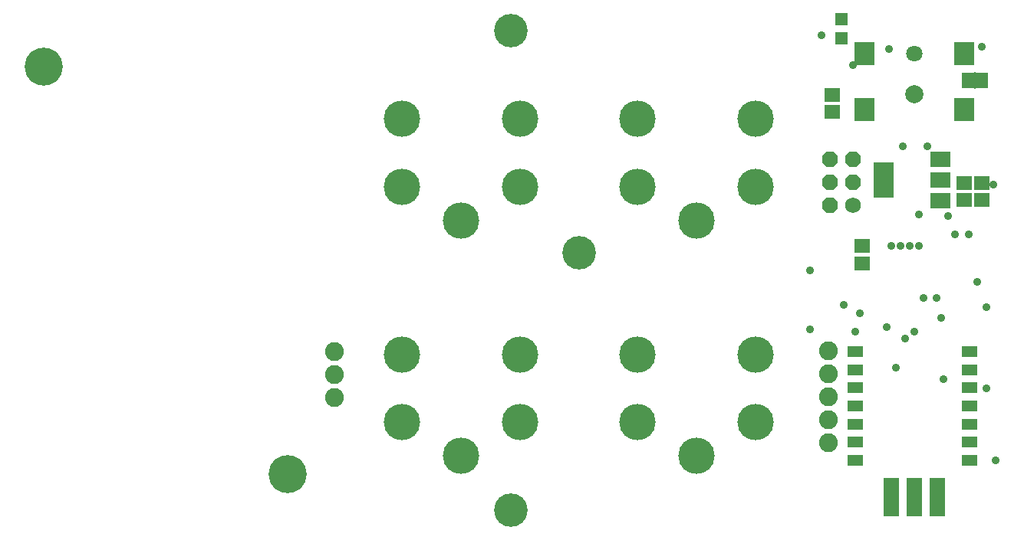
<source format=gts>
G75*
G70*
%OFA0B0*%
%FSLAX24Y24*%
%IPPOS*%
%LPD*%
%AMOC8*
5,1,8,0,0,1.08239X$1,22.5*
%
%ADD10C,0.1458*%
%ADD11C,0.1582*%
%ADD12R,0.0870X0.0670*%
%ADD13R,0.0870X0.1580*%
%ADD14R,0.0552X0.0552*%
%ADD15R,0.0671X0.0592*%
%ADD16C,0.0820*%
%ADD17C,0.0680*%
%ADD18OC8,0.0680*%
%ADD19R,0.0867X0.1025*%
%ADD20C,0.0710*%
%ADD21C,0.0789*%
%ADD22R,0.0540X0.0710*%
%ADD23R,0.0060X0.0720*%
%ADD24R,0.0671X0.0474*%
%ADD25R,0.0680X0.1680*%
%ADD26C,0.0358*%
%ADD27C,0.1655*%
D10*
X022777Y001144D03*
X025730Y012365D03*
X022777Y022010D03*
D11*
X023171Y018172D03*
X018053Y018172D03*
X018053Y015219D03*
X020612Y013743D03*
X023171Y015219D03*
X028289Y015219D03*
X030848Y013743D03*
X033407Y015219D03*
X033407Y018172D03*
X028289Y018172D03*
X028289Y007936D03*
X033407Y007936D03*
X033407Y004983D03*
X030848Y003506D03*
X028289Y004983D03*
X023171Y004983D03*
X020612Y003506D03*
X018053Y004983D03*
X018053Y007936D03*
X023171Y007936D03*
D12*
X041438Y014624D03*
X041438Y015524D03*
X041438Y016424D03*
D13*
X038958Y015514D03*
D14*
X037147Y021695D03*
X037147Y022522D03*
D15*
X036754Y019235D03*
X036754Y018487D03*
X042462Y015396D03*
X043250Y015396D03*
X043250Y014648D03*
X042462Y014648D03*
X038033Y012640D03*
X038033Y011892D03*
D16*
X036557Y008097D03*
X036557Y007097D03*
X036557Y006097D03*
X036557Y005097D03*
X036557Y004097D03*
X015100Y006066D03*
X015100Y007066D03*
X015100Y008066D03*
D17*
X037647Y014416D03*
D18*
X036647Y014416D03*
X036647Y015416D03*
X037647Y015416D03*
X037647Y016416D03*
X036647Y016416D03*
D19*
X038131Y018585D03*
X042462Y018585D03*
X042462Y021026D03*
X038131Y021026D03*
D20*
X040297Y021026D03*
D21*
X040297Y019254D03*
D22*
X042654Y019845D03*
X043254Y019845D03*
D23*
X042954Y019845D03*
D24*
X042706Y008054D03*
X042706Y007266D03*
X042706Y006479D03*
X042706Y005691D03*
X042706Y004904D03*
X042706Y004117D03*
X042706Y003329D03*
X037746Y003329D03*
X037746Y004117D03*
X037746Y004904D03*
X037746Y005691D03*
X037746Y006479D03*
X037746Y007266D03*
X037746Y008054D03*
D25*
X039313Y001735D03*
X040313Y001735D03*
X041313Y001735D03*
D26*
X041281Y001735D03*
X039313Y001735D03*
X043840Y003310D03*
X043446Y006459D03*
X041576Y006853D03*
X039509Y007345D03*
X039903Y008625D03*
X040297Y008920D03*
X039116Y009117D03*
X037935Y009707D03*
X037246Y010101D03*
X037738Y008920D03*
X035769Y009018D03*
X040691Y010396D03*
X041281Y010396D03*
X043053Y011085D03*
X043446Y010003D03*
X041478Y009510D03*
X035769Y011577D03*
X039313Y012660D03*
X039706Y012660D03*
X040100Y012660D03*
X040494Y012660D03*
X042069Y013152D03*
X042659Y013152D03*
X041773Y013940D03*
X040494Y014038D03*
X043742Y015317D03*
X040887Y016991D03*
X039805Y016991D03*
X037639Y020534D03*
X039214Y021223D03*
X036261Y021814D03*
X043250Y021321D03*
D27*
X013089Y002721D03*
X002460Y020439D03*
M02*

</source>
